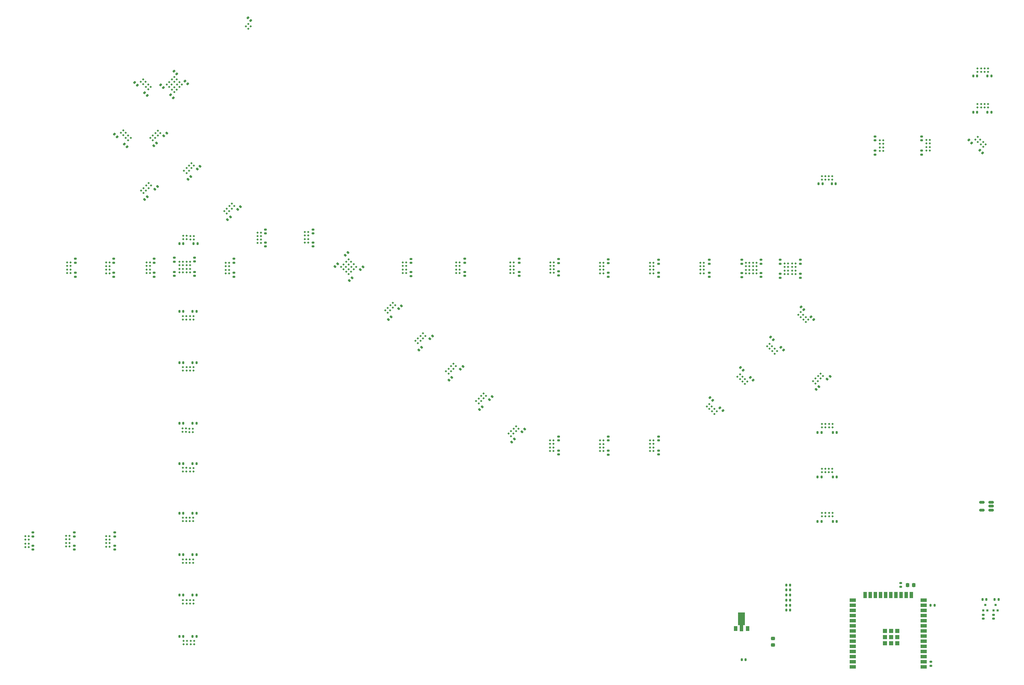
<source format=gbr>
%TF.GenerationSoftware,KiCad,Pcbnew,7.0.1*%
%TF.CreationDate,2023-09-17T14:31:18-07:00*%
%TF.ProjectId,vancouver-skytrain-pcb,76616e63-6f75-4766-9572-2d736b797472,rev?*%
%TF.SameCoordinates,Original*%
%TF.FileFunction,Paste,Top*%
%TF.FilePolarity,Positive*%
%FSLAX46Y46*%
G04 Gerber Fmt 4.6, Leading zero omitted, Abs format (unit mm)*
G04 Created by KiCad (PCBNEW 7.0.1) date 2023-09-17 14:31:18*
%MOMM*%
%LPD*%
G01*
G04 APERTURE LIST*
G04 Aperture macros list*
%AMRoundRect*
0 Rectangle with rounded corners*
0 $1 Rounding radius*
0 $2 $3 $4 $5 $6 $7 $8 $9 X,Y pos of 4 corners*
0 Add a 4 corners polygon primitive as box body*
4,1,4,$2,$3,$4,$5,$6,$7,$8,$9,$2,$3,0*
0 Add four circle primitives for the rounded corners*
1,1,$1+$1,$2,$3*
1,1,$1+$1,$4,$5*
1,1,$1+$1,$6,$7*
1,1,$1+$1,$8,$9*
0 Add four rect primitives between the rounded corners*
20,1,$1+$1,$2,$3,$4,$5,0*
20,1,$1+$1,$4,$5,$6,$7,0*
20,1,$1+$1,$6,$7,$8,$9,0*
20,1,$1+$1,$8,$9,$2,$3,0*%
%AMFreePoly0*
4,1,9,3.862500,-0.866500,0.737500,-0.866500,0.737500,-0.450000,-0.737500,-0.450000,-0.737500,0.450000,0.737500,0.450000,0.737500,0.866500,3.862500,0.866500,3.862500,-0.866500,3.862500,-0.866500,$1*%
G04 Aperture macros list end*
%ADD10RoundRect,0.147500X-0.172500X0.147500X-0.172500X-0.147500X0.172500X-0.147500X0.172500X0.147500X0*%
%ADD11RoundRect,0.112500X-0.112500X-0.112500X0.112500X-0.112500X0.112500X0.112500X-0.112500X0.112500X0*%
%ADD12RoundRect,0.112500X-0.112500X0.112500X-0.112500X-0.112500X0.112500X-0.112500X0.112500X0.112500X0*%
%ADD13RoundRect,0.112500X-0.159099X0.000000X0.000000X-0.159099X0.159099X0.000000X0.000000X0.159099X0*%
%ADD14RoundRect,0.147500X0.226274X0.017678X0.017678X0.226274X-0.226274X-0.017678X-0.017678X-0.226274X0*%
%ADD15RoundRect,0.112500X0.000000X0.159099X-0.159099X0.000000X0.000000X-0.159099X0.159099X0.000000X0*%
%ADD16RoundRect,0.147500X-0.226274X-0.017678X-0.017678X-0.226274X0.226274X0.017678X0.017678X0.226274X0*%
%ADD17RoundRect,0.147500X0.147500X0.172500X-0.147500X0.172500X-0.147500X-0.172500X0.147500X-0.172500X0*%
%ADD18RoundRect,0.147500X-0.147500X-0.172500X0.147500X-0.172500X0.147500X0.172500X-0.147500X0.172500X0*%
%ADD19RoundRect,0.147500X0.172500X-0.147500X0.172500X0.147500X-0.172500X0.147500X-0.172500X-0.147500X0*%
%ADD20RoundRect,0.112500X0.112500X0.112500X-0.112500X0.112500X-0.112500X-0.112500X0.112500X-0.112500X0*%
%ADD21RoundRect,0.147500X0.017678X-0.226274X0.226274X-0.017678X-0.017678X0.226274X-0.226274X0.017678X0*%
%ADD22RoundRect,0.112500X0.112500X-0.112500X0.112500X0.112500X-0.112500X0.112500X-0.112500X-0.112500X0*%
%ADD23R,0.500000X0.600000*%
%ADD24RoundRect,0.112500X0.159099X0.000000X0.000000X0.159099X-0.159099X0.000000X0.000000X-0.159099X0*%
%ADD25RoundRect,0.147500X-0.017678X0.226274X-0.226274X0.017678X0.017678X-0.226274X0.226274X-0.017678X0*%
%ADD26RoundRect,0.112500X0.000000X-0.159099X0.159099X0.000000X0.000000X0.159099X-0.159099X0.000000X0*%
%ADD27RoundRect,0.218750X0.218750X0.256250X-0.218750X0.256250X-0.218750X-0.256250X0.218750X-0.256250X0*%
%ADD28R,0.900000X1.300000*%
%ADD29FreePoly0,90.000000*%
%ADD30RoundRect,0.218750X-0.256250X0.218750X-0.256250X-0.218750X0.256250X-0.218750X0.256250X0.218750X0*%
%ADD31RoundRect,0.135000X-0.135000X-0.185000X0.135000X-0.185000X0.135000X0.185000X-0.135000X0.185000X0*%
%ADD32R,1.500000X0.900000*%
%ADD33R,0.900000X1.500000*%
%ADD34R,1.050000X1.050000*%
%ADD35RoundRect,0.150000X0.512500X0.150000X-0.512500X0.150000X-0.512500X-0.150000X0.512500X-0.150000X0*%
G04 APERTURE END LIST*
D10*
%TO.C,C42*%
X83500000Y-90265000D03*
X83500000Y-91235000D03*
%TD*%
D11*
%TO.C,LED66*%
X119075000Y-83775000D03*
X119925000Y-83775000D03*
X119075000Y-84625000D03*
X119925000Y-84625000D03*
%TD*%
D12*
%TO.C,LED122*%
X72575000Y-160575000D03*
X72575000Y-161425000D03*
X71725000Y-160575000D03*
X71725000Y-161425000D03*
%TD*%
D13*
%TO.C,LED20*%
X99752082Y-46547918D03*
X100353123Y-47148959D03*
X99151041Y-47148959D03*
X99752082Y-47750000D03*
%TD*%
D14*
%TO.C,C66*%
X91842947Y-49842947D03*
X91157053Y-49157053D03*
%TD*%
D11*
%TO.C,LED67*%
X111225000Y-91275000D03*
X112075000Y-91275000D03*
X111225000Y-92125000D03*
X112075000Y-92125000D03*
%TD*%
D15*
%TO.C,LED28*%
X159326041Y-110575000D03*
X158725000Y-111176041D03*
X158725000Y-109973959D03*
X158123959Y-110575000D03*
%TD*%
D14*
%TO.C,C28*%
X98268988Y-50416906D03*
X97583094Y-49731012D03*
%TD*%
D12*
%TO.C,LED42*%
X252050000Y-93200000D03*
X252050000Y-94050000D03*
X251200000Y-93200000D03*
X251200000Y-94050000D03*
%TD*%
D16*
%TO.C,C26*%
X88657053Y-46657053D03*
X89342947Y-47342947D03*
%TD*%
D13*
%TO.C,LED11*%
X174975000Y-123622918D03*
X175576041Y-124223959D03*
X174373959Y-124223959D03*
X174975000Y-124825000D03*
%TD*%
D10*
%TO.C,R1*%
X278037500Y-170515000D03*
X278037500Y-171485000D03*
%TD*%
D13*
%TO.C,LED18*%
X94425000Y-58547918D03*
X95026041Y-59148959D03*
X93823959Y-59148959D03*
X94425000Y-59750000D03*
%TD*%
D17*
%TO.C,C80*%
X103985000Y-116000000D03*
X103015000Y-116000000D03*
%TD*%
D18*
%TO.C,C87*%
X99750000Y-163500000D03*
X100720000Y-163500000D03*
%TD*%
D12*
%TO.C,LED72*%
X72800000Y-92975000D03*
X72800000Y-93825000D03*
X71950000Y-92975000D03*
X71950000Y-93825000D03*
%TD*%
D18*
%TO.C,C84*%
X99765000Y-141000000D03*
X100735000Y-141000000D03*
%TD*%
D11*
%TO.C,LED62*%
X168200000Y-91175000D03*
X169050000Y-91175000D03*
X168200000Y-92025000D03*
X169050000Y-92025000D03*
%TD*%
%TO.C,LED9*%
X191375000Y-135200000D03*
X192225000Y-135200000D03*
X191375000Y-136050000D03*
X192225000Y-136050000D03*
%TD*%
D12*
%TO.C,LED34*%
X216975000Y-136950000D03*
X216975000Y-137800000D03*
X216125000Y-136950000D03*
X216125000Y-137800000D03*
%TD*%
D19*
%TO.C,C93*%
X83750000Y-162235000D03*
X83750000Y-161265000D03*
%TD*%
D18*
%TO.C,C85*%
X99765000Y-153250000D03*
X100735000Y-153250000D03*
%TD*%
D13*
%TO.C,LED17*%
X102750000Y-66597918D03*
X103351041Y-67198959D03*
X102148959Y-67198959D03*
X102750000Y-67800000D03*
%TD*%
D19*
%TO.C,C99*%
X205750000Y-94735000D03*
X205750000Y-93765000D03*
%TD*%
D18*
%TO.C,C78*%
X99750000Y-116000000D03*
X100720000Y-116000000D03*
%TD*%
D19*
%TO.C,C107*%
X248250000Y-94985000D03*
X248250000Y-94015000D03*
%TD*%
D20*
%TO.C,LED47*%
X259425000Y-143050000D03*
X258575000Y-143050000D03*
X259425000Y-142200000D03*
X258575000Y-142200000D03*
%TD*%
D15*
%TO.C,LED31*%
X182327082Y-133551041D03*
X181726041Y-134152082D03*
X181726041Y-132950000D03*
X181125000Y-133551041D03*
%TD*%
D11*
%TO.C,LED99*%
X102400000Y-142050000D03*
X103250000Y-142050000D03*
X102400000Y-142900000D03*
X103250000Y-142900000D03*
%TD*%
D20*
%TO.C,LED112*%
X100575000Y-93675000D03*
X99725000Y-93675000D03*
X100575000Y-92825000D03*
X99725000Y-92825000D03*
%TD*%
D18*
%TO.C,C47*%
X257515000Y-133250000D03*
X258485000Y-133250000D03*
%TD*%
D19*
%TO.C,C22*%
X121000000Y-87235000D03*
X121000000Y-86265000D03*
%TD*%
D14*
%TO.C,C34*%
X86842947Y-62592947D03*
X86157053Y-61907053D03*
%TD*%
D13*
%TO.C,LED12*%
X167525000Y-116272918D03*
X168126041Y-116873959D03*
X166923959Y-116873959D03*
X167525000Y-117475000D03*
%TD*%
D17*
%TO.C,C119*%
X261985000Y-71750000D03*
X261015000Y-71750000D03*
%TD*%
D21*
%TO.C,C15*%
X158907053Y-112842947D03*
X159592947Y-112157053D03*
%TD*%
D22*
%TO.C,LED114*%
X100650000Y-117925000D03*
X100650000Y-117075000D03*
X101500000Y-117925000D03*
X101500000Y-117075000D03*
%TD*%
%TO.C,LED53*%
X272925000Y-61800000D03*
X272925000Y-60950000D03*
X273775000Y-61800000D03*
X273775000Y-60950000D03*
%TD*%
D11*
%TO.C,LED97*%
X102325000Y-164675000D03*
X103175000Y-164675000D03*
X102325000Y-165525000D03*
X103175000Y-165525000D03*
%TD*%
D10*
%TO.C,C60*%
X218250000Y-134265000D03*
X218250000Y-135235000D03*
%TD*%
%TO.C,C108*%
X248250000Y-90530000D03*
X248250000Y-91500000D03*
%TD*%
D11*
%TO.C,LED120*%
X61675000Y-158900000D03*
X62525000Y-158900000D03*
X61675000Y-159750000D03*
X62525000Y-159750000D03*
%TD*%
D22*
%TO.C,LED52*%
X284425000Y-61725000D03*
X284425000Y-60875000D03*
X285275000Y-61725000D03*
X285275000Y-60875000D03*
%TD*%
D23*
%TO.C,Q2*%
X301000000Y-177250000D03*
X302000000Y-177250000D03*
X301500000Y-175950000D03*
%TD*%
D10*
%TO.C,C65*%
X113250000Y-90265000D03*
X113250000Y-91235000D03*
%TD*%
D11*
%TO.C,LED58*%
X216125000Y-91250000D03*
X216975000Y-91250000D03*
X216125000Y-92100000D03*
X216975000Y-92100000D03*
%TD*%
D12*
%TO.C,LED78*%
X131625000Y-85425000D03*
X131625000Y-86275000D03*
X130775000Y-85425000D03*
X130775000Y-86275000D03*
%TD*%
D13*
%TO.C,LED36*%
X239550000Y-120072918D03*
X240151041Y-120673959D03*
X238948959Y-120673959D03*
X239550000Y-121275000D03*
%TD*%
D12*
%TO.C,LED85*%
X216950000Y-93000000D03*
X216950000Y-93850000D03*
X216100000Y-93000000D03*
X216100000Y-93850000D03*
%TD*%
%TO.C,LED77*%
X119925000Y-85500000D03*
X119925000Y-86350000D03*
X119075000Y-85500000D03*
X119075000Y-86350000D03*
%TD*%
%TO.C,LED75*%
X102400000Y-92825000D03*
X102400000Y-93675000D03*
X101550000Y-92825000D03*
X101550000Y-93675000D03*
%TD*%
D17*
%TO.C,C83*%
X103985000Y-141000000D03*
X103015000Y-141000000D03*
%TD*%
D24*
%TO.C,LED108*%
X97226041Y-47750000D03*
X96625000Y-47148959D03*
X97827082Y-47148959D03*
X97226041Y-46547918D03*
%TD*%
D20*
%TO.C,LED54*%
X259425000Y-70675000D03*
X258575000Y-70675000D03*
X259425000Y-69825000D03*
X258575000Y-69825000D03*
%TD*%
%TO.C,LED90*%
X273775000Y-63550000D03*
X272925000Y-63550000D03*
X273775000Y-62700000D03*
X272925000Y-62700000D03*
%TD*%
D11*
%TO.C,LED65*%
X130775000Y-83675000D03*
X131625000Y-83675000D03*
X130775000Y-84525000D03*
X131625000Y-84525000D03*
%TD*%
D16*
%TO.C,C133*%
X253407053Y-102157053D03*
X254092947Y-102842947D03*
%TD*%
D18*
%TO.C,C134*%
X257515000Y-144250000D03*
X258485000Y-144250000D03*
%TD*%
D10*
%TO.C,C96*%
X73750000Y-158015000D03*
X73750000Y-158985000D03*
%TD*%
D18*
%TO.C,C90*%
X99765000Y-173500000D03*
X100735000Y-173500000D03*
%TD*%
D16*
%TO.C,C39*%
X83657053Y-59407053D03*
X84342947Y-60092947D03*
%TD*%
D24*
%TO.C,LED22*%
X90773959Y-47101041D03*
X90172918Y-46500000D03*
X91375000Y-46500000D03*
X90773959Y-45898959D03*
%TD*%
D21*
%TO.C,C19*%
X138232053Y-92192947D03*
X138917947Y-91507053D03*
%TD*%
D25*
%TO.C,C13*%
X185092947Y-132407053D03*
X184407053Y-133092947D03*
%TD*%
D19*
%TO.C,C10*%
X218250000Y-138720000D03*
X218250000Y-137750000D03*
%TD*%
D15*
%TO.C,LED27*%
X151826041Y-103026041D03*
X151225000Y-103627082D03*
X151225000Y-102425000D03*
X150623959Y-103026041D03*
%TD*%
D16*
%TO.C,C7*%
X238407053Y-117157053D03*
X239092947Y-117842947D03*
%TD*%
D22*
%TO.C,LED55*%
X249375000Y-92250000D03*
X249375000Y-91400000D03*
X250225000Y-92250000D03*
X250225000Y-91400000D03*
%TD*%
D10*
%TO.C,C118*%
X205750000Y-90390000D03*
X205750000Y-91360000D03*
%TD*%
D22*
%TO.C,LED124*%
X100575000Y-165500000D03*
X100575000Y-164650000D03*
X101425000Y-165500000D03*
X101425000Y-164650000D03*
%TD*%
D25*
%TO.C,C25*%
X96592947Y-59157053D03*
X95907053Y-59842947D03*
%TD*%
D19*
%TO.C,C115*%
X230750000Y-94735000D03*
X230750000Y-93765000D03*
%TD*%
D18*
%TO.C,C55*%
X249765000Y-174750000D03*
X250735000Y-174750000D03*
%TD*%
D11*
%TO.C,LED8*%
X203700000Y-135250000D03*
X204550000Y-135250000D03*
X203700000Y-136100000D03*
X204550000Y-136100000D03*
%TD*%
D10*
%TO.C,C112*%
X238750000Y-90515000D03*
X238750000Y-91485000D03*
%TD*%
D19*
%TO.C,C95*%
X73750000Y-162235000D03*
X73750000Y-161265000D03*
%TD*%
%TO.C,C64*%
X113250000Y-94735000D03*
X113250000Y-93765000D03*
%TD*%
%TO.C,C117*%
X218250000Y-94735000D03*
X218250000Y-93765000D03*
%TD*%
D10*
%TO.C,C73*%
X170250000Y-90265000D03*
X170250000Y-91235000D03*
%TD*%
D19*
%TO.C,C110*%
X243500000Y-94750000D03*
X243500000Y-93780000D03*
%TD*%
%TO.C,C113*%
X238750000Y-94800000D03*
X238750000Y-93830000D03*
%TD*%
%TO.C,R3*%
X298500000Y-179335000D03*
X298500000Y-178365000D03*
%TD*%
D15*
%TO.C,LED45*%
X257601041Y-120522918D03*
X257000000Y-121123959D03*
X257000000Y-119921877D03*
X256398959Y-120522918D03*
%TD*%
D25*
%TO.C,C21*%
X145167947Y-92257053D03*
X144482053Y-92942947D03*
%TD*%
D22*
%TO.C,LED56*%
X239825000Y-92090000D03*
X239825000Y-91240000D03*
X240675000Y-92090000D03*
X240675000Y-91240000D03*
%TD*%
D15*
%TO.C,LED127*%
X117351041Y-32750000D03*
X116750000Y-33351041D03*
X116750000Y-32148959D03*
X116148959Y-32750000D03*
%TD*%
D12*
%TO.C,LED74*%
X92475000Y-92950000D03*
X92475000Y-93800000D03*
X91625000Y-92950000D03*
X91625000Y-93800000D03*
%TD*%
%TO.C,LED94*%
X299675000Y-43175000D03*
X299675000Y-44025000D03*
X298825000Y-43175000D03*
X298825000Y-44025000D03*
%TD*%
D18*
%TO.C,C79*%
X249765000Y-171000000D03*
X250735000Y-171000000D03*
%TD*%
D21*
%TO.C,C69*%
X111657053Y-80592947D03*
X112342947Y-79907053D03*
%TD*%
D10*
%TO.C,C61*%
X98500000Y-90015000D03*
X98500000Y-90985000D03*
%TD*%
D18*
%TO.C,C136*%
X257515000Y-155250000D03*
X258485000Y-155250000D03*
%TD*%
D10*
%TO.C,C111*%
X243500000Y-90515000D03*
X243500000Y-91485000D03*
%TD*%
D20*
%TO.C,LED48*%
X259450000Y-154025000D03*
X258600000Y-154025000D03*
X259450000Y-153175000D03*
X258600000Y-153175000D03*
%TD*%
D11*
%TO.C,LED61*%
X181525000Y-91225000D03*
X182375000Y-91225000D03*
X181525000Y-92075000D03*
X182375000Y-92075000D03*
%TD*%
D25*
%TO.C,C24*%
X104842947Y-67407053D03*
X104157053Y-68092947D03*
%TD*%
D18*
%TO.C,C103*%
X249765000Y-172250000D03*
X250735000Y-172250000D03*
%TD*%
D22*
%TO.C,LED116*%
X100625000Y-142875000D03*
X100625000Y-142025000D03*
X101475000Y-142875000D03*
X101475000Y-142025000D03*
%TD*%
D10*
%TO.C,C114*%
X230750000Y-90515000D03*
X230750000Y-91485000D03*
%TD*%
D12*
%TO.C,LED76*%
X112075000Y-93025000D03*
X112075000Y-93875000D03*
X111225000Y-93025000D03*
X111225000Y-93875000D03*
%TD*%
D18*
%TO.C,C91*%
X99765000Y-183750000D03*
X100735000Y-183750000D03*
%TD*%
D17*
%TO.C,R5*%
X299235000Y-174600000D03*
X298265000Y-174600000D03*
%TD*%
D20*
%TO.C,LED46*%
X259450000Y-131975000D03*
X258600000Y-131975000D03*
X259450000Y-131125000D03*
X258600000Y-131125000D03*
%TD*%
D25*
%TO.C,C56*%
X177092947Y-124407053D03*
X176407053Y-125092947D03*
%TD*%
D16*
%TO.C,C33*%
X245907053Y-109657053D03*
X246592947Y-110342947D03*
%TD*%
D12*
%TO.C,LED83*%
X192275000Y-92900000D03*
X192275000Y-93750000D03*
X191425000Y-92900000D03*
X191425000Y-93750000D03*
%TD*%
D11*
%TO.C,LED63*%
X154975000Y-91150000D03*
X155825000Y-91150000D03*
X154975000Y-92000000D03*
X155825000Y-92000000D03*
%TD*%
D14*
%TO.C,C127*%
X298342947Y-64092947D03*
X297657053Y-63407053D03*
%TD*%
D12*
%TO.C,LED41*%
X242450000Y-93015000D03*
X242450000Y-93865000D03*
X241600000Y-93015000D03*
X241600000Y-93865000D03*
%TD*%
%TO.C,LED73*%
X82475000Y-93000000D03*
X82475000Y-93850000D03*
X81625000Y-93000000D03*
X81625000Y-93850000D03*
%TD*%
D13*
%TO.C,LED14*%
X152476041Y-101175000D03*
X153077082Y-101776041D03*
X151875000Y-101776041D03*
X152476041Y-102377082D03*
%TD*%
D19*
%TO.C,C74*%
X170250000Y-94485000D03*
X170250000Y-93515000D03*
%TD*%
D18*
%TO.C,C120*%
X249765000Y-173500000D03*
X250735000Y-173500000D03*
%TD*%
D26*
%TO.C,LED5*%
X237723959Y-119448959D03*
X238325000Y-118847918D03*
X238325000Y-120050000D03*
X238926041Y-119448959D03*
%TD*%
D10*
%TO.C,C94*%
X83750000Y-158015000D03*
X83750000Y-158985000D03*
%TD*%
D16*
%TO.C,C5*%
X116657053Y-30657053D03*
X117342947Y-31342947D03*
%TD*%
D13*
%TO.C,LED37*%
X246925000Y-112547918D03*
X247526041Y-113148959D03*
X246323959Y-113148959D03*
X246925000Y-113750000D03*
%TD*%
D24*
%TO.C,LED51*%
X297125000Y-61352082D03*
X296523959Y-60751041D03*
X297726041Y-60751041D03*
X297125000Y-60150000D03*
%TD*%
D17*
%TO.C,C86*%
X103985000Y-153250000D03*
X103015000Y-153250000D03*
%TD*%
D16*
%TO.C,C128*%
X294907053Y-60907053D03*
X295592947Y-61592947D03*
%TD*%
D17*
%TO.C,C130*%
X300485000Y-54000000D03*
X299515000Y-54000000D03*
%TD*%
D19*
%TO.C,C58*%
X193500000Y-138720000D03*
X193500000Y-137750000D03*
%TD*%
D25*
%TO.C,C20*%
X141417947Y-88757053D03*
X140732053Y-89442947D03*
%TD*%
D15*
%TO.C,LED19*%
X92652082Y-47750000D03*
X92051041Y-48351041D03*
X92051041Y-47148959D03*
X91450000Y-47750000D03*
%TD*%
D20*
%TO.C,LED111*%
X101550000Y-85450000D03*
X100700000Y-85450000D03*
X101550000Y-84600000D03*
X100700000Y-84600000D03*
%TD*%
%TO.C,LED91*%
X285250000Y-63500000D03*
X284400000Y-63500000D03*
X285250000Y-62650000D03*
X284400000Y-62650000D03*
%TD*%
D13*
%TO.C,LED15*%
X142851041Y-91647918D03*
X143452082Y-92248959D03*
X142250000Y-92248959D03*
X142851041Y-92850000D03*
%TD*%
D19*
%TO.C,C97*%
X63500000Y-162235000D03*
X63500000Y-161265000D03*
%TD*%
D11*
%TO.C,LED98*%
X102325000Y-154325000D03*
X103175000Y-154325000D03*
X102325000Y-155175000D03*
X103175000Y-155175000D03*
%TD*%
D16*
%TO.C,C31*%
X98407053Y-43831012D03*
X99092947Y-44516906D03*
%TD*%
D26*
%TO.C,LED44*%
X245072918Y-111925000D03*
X245673959Y-111323959D03*
X245673959Y-112526041D03*
X246275000Y-111925000D03*
%TD*%
D10*
%TO.C,C71*%
X132750000Y-83015000D03*
X132750000Y-83985000D03*
%TD*%
%TO.C,C2*%
X285500000Y-190025000D03*
X285500000Y-190995000D03*
%TD*%
D17*
%TO.C,C77*%
X103985000Y-103250000D03*
X103015000Y-103250000D03*
%TD*%
D12*
%TO.C,LED84*%
X204550000Y-93000000D03*
X204550000Y-93850000D03*
X203700000Y-93000000D03*
X203700000Y-93850000D03*
%TD*%
D15*
%TO.C,LED24*%
X102100000Y-68450000D03*
X101498959Y-69051041D03*
X101498959Y-67848959D03*
X100897918Y-68450000D03*
%TD*%
D10*
%TO.C,C70*%
X121000000Y-83015000D03*
X121000000Y-83985000D03*
%TD*%
D21*
%TO.C,C16*%
X151407053Y-105342947D03*
X152092947Y-104657053D03*
%TD*%
D27*
%TO.C,D1*%
X281325000Y-171000000D03*
X279750000Y-171000000D03*
%TD*%
D12*
%TO.C,LED33*%
X204550000Y-137000000D03*
X204550000Y-137850000D03*
X203700000Y-137000000D03*
X203700000Y-137850000D03*
%TD*%
D17*
%TO.C,C35*%
X104235000Y-86500000D03*
X103265000Y-86500000D03*
%TD*%
D11*
%TO.C,LED7*%
X216125000Y-135200000D03*
X216975000Y-135200000D03*
X216125000Y-136050000D03*
X216975000Y-136050000D03*
%TD*%
D13*
%TO.C,LED16*%
X112723959Y-76648959D03*
X113325000Y-77250000D03*
X112122918Y-77250000D03*
X112723959Y-77851041D03*
%TD*%
D17*
%TO.C,C138*%
X262235000Y-155250000D03*
X261265000Y-155250000D03*
%TD*%
D10*
%TO.C,C50*%
X157000000Y-90315000D03*
X157000000Y-91285000D03*
%TD*%
D11*
%TO.C,LED60*%
X191425000Y-91150000D03*
X192275000Y-91150000D03*
X191425000Y-92000000D03*
X192275000Y-92000000D03*
%TD*%
D10*
%TO.C,C109*%
X253250000Y-90515000D03*
X253250000Y-91485000D03*
%TD*%
D12*
%TO.C,LED2*%
X261175000Y-142200000D03*
X261175000Y-143050000D03*
X260325000Y-142200000D03*
X260325000Y-143050000D03*
%TD*%
D19*
%TO.C,C124*%
X271750000Y-64485000D03*
X271750000Y-63515000D03*
%TD*%
D12*
%TO.C,LED82*%
X182375000Y-92975000D03*
X182375000Y-93825000D03*
X181525000Y-92975000D03*
X181525000Y-93825000D03*
%TD*%
D19*
%TO.C,C104*%
X183750000Y-94485000D03*
X183750000Y-93515000D03*
%TD*%
D28*
%TO.C,U_POWER1*%
X237230000Y-181740000D03*
D29*
X238730000Y-181652500D03*
D28*
X240230000Y-181740000D03*
%TD*%
D11*
%TO.C,LED57*%
X228500000Y-91250000D03*
X229350000Y-91250000D03*
X228500000Y-92100000D03*
X229350000Y-92100000D03*
%TD*%
D15*
%TO.C,LED30*%
X174326041Y-125475000D03*
X173725000Y-126076041D03*
X173725000Y-124873959D03*
X173123959Y-125475000D03*
%TD*%
D26*
%TO.C,LED6*%
X230148959Y-126823959D03*
X230750000Y-126222918D03*
X230750000Y-127425000D03*
X231351041Y-126823959D03*
%TD*%
D21*
%TO.C,C6*%
X257157053Y-122592947D03*
X257842947Y-121907053D03*
%TD*%
D10*
%TO.C,C63*%
X103500000Y-90000000D03*
X103500000Y-90970000D03*
%TD*%
D12*
%TO.C,LED3*%
X261200000Y-131150000D03*
X261200000Y-132000000D03*
X260350000Y-131150000D03*
X260350000Y-132000000D03*
%TD*%
D22*
%TO.C,LED126*%
X100775000Y-185675000D03*
X100775000Y-184825000D03*
X101625000Y-185675000D03*
X101625000Y-184825000D03*
%TD*%
D19*
%TO.C,C51*%
X157000000Y-94535000D03*
X157000000Y-93565000D03*
%TD*%
%TO.C,C75*%
X98500000Y-94485000D03*
X98500000Y-93515000D03*
%TD*%
D17*
%TO.C,C88*%
X103985000Y-163500000D03*
X103015000Y-163500000D03*
%TD*%
D15*
%TO.C,LED110*%
X91450000Y-73400000D03*
X90848959Y-74001041D03*
X90848959Y-72798959D03*
X90247918Y-73400000D03*
%TD*%
D20*
%TO.C,LED88*%
X250225000Y-94050000D03*
X249375000Y-94050000D03*
X250225000Y-93200000D03*
X249375000Y-93200000D03*
%TD*%
D12*
%TO.C,LED123*%
X82525000Y-160650000D03*
X82525000Y-161500000D03*
X81675000Y-160650000D03*
X81675000Y-161500000D03*
%TD*%
%TO.C,LED32*%
X192250000Y-136950000D03*
X192250000Y-137800000D03*
X191400000Y-136950000D03*
X191400000Y-137800000D03*
%TD*%
D18*
%TO.C,C131*%
X296015000Y-45000000D03*
X296985000Y-45000000D03*
%TD*%
D19*
%TO.C,C45*%
X93500000Y-94735000D03*
X93500000Y-93765000D03*
%TD*%
D25*
%TO.C,C52*%
X162342947Y-109407053D03*
X161657053Y-110092947D03*
%TD*%
D26*
%TO.C,LED21*%
X97898959Y-45898959D03*
X98500000Y-45297918D03*
X98500000Y-46500000D03*
X99101041Y-45898959D03*
%TD*%
D11*
%TO.C,LED70*%
X81625000Y-91225000D03*
X82475000Y-91225000D03*
X81625000Y-92075000D03*
X82475000Y-92075000D03*
%TD*%
D22*
%TO.C,LED113*%
X100625000Y-105300000D03*
X100625000Y-104450000D03*
X101475000Y-105300000D03*
X101475000Y-104450000D03*
%TD*%
D14*
%TO.C,C122*%
X256592947Y-105342947D03*
X255907053Y-104657053D03*
%TD*%
D30*
%TO.C,C3*%
X246500000Y-184250000D03*
X246500000Y-185825000D03*
%TD*%
D11*
%TO.C,LED40*%
X241600000Y-91240000D03*
X242450000Y-91240000D03*
X241600000Y-92090000D03*
X242450000Y-92090000D03*
%TD*%
D10*
%TO.C,C12*%
X193500000Y-134265000D03*
X193500000Y-135235000D03*
%TD*%
%TO.C,C100*%
X193500000Y-90375000D03*
X193500000Y-91345000D03*
%TD*%
D11*
%TO.C,LED96*%
X102400000Y-174775000D03*
X103250000Y-174775000D03*
X102400000Y-175625000D03*
X103250000Y-175625000D03*
%TD*%
D10*
%TO.C,C125*%
X283250000Y-60015000D03*
X283250000Y-60985000D03*
%TD*%
D25*
%TO.C,C38*%
X94342947Y-72407053D03*
X93657053Y-73092947D03*
%TD*%
D15*
%TO.C,LED106*%
X87701041Y-60376041D03*
X87100000Y-60977082D03*
X87100000Y-59775000D03*
X86498959Y-60376041D03*
%TD*%
D12*
%TO.C,LED80*%
X155850000Y-92925000D03*
X155850000Y-93775000D03*
X155000000Y-92925000D03*
X155000000Y-93775000D03*
%TD*%
D31*
%TO.C,R2*%
X285450000Y-176000000D03*
X286470000Y-176000000D03*
%TD*%
D17*
%TO.C,C1*%
X239735000Y-189500000D03*
X238765000Y-189500000D03*
%TD*%
D19*
%TO.C,C62*%
X103500000Y-94485000D03*
X103500000Y-93515000D03*
%TD*%
D22*
%TO.C,LED117*%
X100575000Y-155175000D03*
X100575000Y-154325000D03*
X101425000Y-155175000D03*
X101425000Y-154325000D03*
%TD*%
D14*
%TO.C,C29*%
X101818988Y-47016906D03*
X101133094Y-46331012D03*
%TD*%
D18*
%TO.C,C76*%
X99765000Y-103250000D03*
X100735000Y-103250000D03*
%TD*%
D25*
%TO.C,C23*%
X114842947Y-77407053D03*
X114157053Y-78092947D03*
%TD*%
D19*
%TO.C,C59*%
X205750000Y-138735000D03*
X205750000Y-137765000D03*
%TD*%
D18*
%TO.C,C4*%
X301280000Y-174600000D03*
X302250000Y-174600000D03*
%TD*%
D10*
%TO.C,C116*%
X218250000Y-90515000D03*
X218250000Y-91485000D03*
%TD*%
D15*
%TO.C,LED26*%
X142202082Y-93500000D03*
X141601041Y-94101041D03*
X141601041Y-92898959D03*
X141000000Y-93500000D03*
%TD*%
D21*
%TO.C,C57*%
X181907053Y-135592947D03*
X182592947Y-134907053D03*
%TD*%
D10*
%TO.C,C102*%
X183750000Y-90265000D03*
X183750000Y-91235000D03*
%TD*%
D18*
%TO.C,C30*%
X249765000Y-177230000D03*
X250735000Y-177230000D03*
%TD*%
D10*
%TO.C,C44*%
X93500000Y-90265000D03*
X93500000Y-91235000D03*
%TD*%
D18*
%TO.C,C81*%
X99765000Y-131000000D03*
X100735000Y-131000000D03*
%TD*%
%TO.C,C129*%
X296015000Y-54000000D03*
X296985000Y-54000000D03*
%TD*%
D16*
%TO.C,C27*%
X95083094Y-47231012D03*
X95768988Y-47916906D03*
%TD*%
D19*
%TO.C,C72*%
X132750000Y-87220000D03*
X132750000Y-86250000D03*
%TD*%
D24*
%TO.C,LED79*%
X140350000Y-92900000D03*
X139748959Y-92298959D03*
X140951041Y-92298959D03*
X140350000Y-91697918D03*
%TD*%
D26*
%TO.C,LED64*%
X140998959Y-91047918D03*
X141600000Y-90446877D03*
X141600000Y-91648959D03*
X142201041Y-91047918D03*
%TD*%
D32*
%TO.C,U_CPU1*%
X283750000Y-191260000D03*
X283750000Y-189990000D03*
X283750000Y-188720000D03*
X283750000Y-187450000D03*
X283750000Y-186180000D03*
X283750000Y-184910000D03*
X283750000Y-183640000D03*
X283750000Y-182370000D03*
X283750000Y-181100000D03*
X283750000Y-179830000D03*
X283750000Y-178560000D03*
X283750000Y-177290000D03*
X283750000Y-176020000D03*
X283750000Y-174750000D03*
D33*
X280710000Y-173500000D03*
X279440000Y-173500000D03*
X278170000Y-173500000D03*
X276900000Y-173500000D03*
X275630000Y-173500000D03*
X274360000Y-173500000D03*
X273090000Y-173500000D03*
X271820000Y-173500000D03*
X270550000Y-173500000D03*
X269280000Y-173500000D03*
D32*
X266250000Y-174750000D03*
X266250000Y-176020000D03*
X266250000Y-177290000D03*
X266250000Y-178560000D03*
X266250000Y-179830000D03*
X266250000Y-181100000D03*
X266250000Y-182370000D03*
X266250000Y-183640000D03*
X266250000Y-184910000D03*
X266250000Y-186180000D03*
X266250000Y-187450000D03*
X266250000Y-188720000D03*
X266250000Y-189990000D03*
X266250000Y-191260000D03*
D34*
X277205000Y-185445000D03*
X277205000Y-183920000D03*
X277205000Y-182395000D03*
X275680000Y-185445000D03*
X275680000Y-183920000D03*
X275680000Y-182395000D03*
X274155000Y-185445000D03*
X274155000Y-183920000D03*
X274155000Y-182395000D03*
%TD*%
D15*
%TO.C,LED25*%
X112075000Y-78500000D03*
X111473959Y-79101041D03*
X111473959Y-77898959D03*
X110872918Y-78500000D03*
%TD*%
D21*
%TO.C,C18*%
X141732053Y-95692947D03*
X142417947Y-95007053D03*
%TD*%
D10*
%TO.C,C11*%
X205750000Y-134265000D03*
X205750000Y-135235000D03*
%TD*%
D14*
%TO.C,C9*%
X234092947Y-127842947D03*
X233407053Y-127157053D03*
%TD*%
D16*
%TO.C,C49*%
X230907053Y-124657053D03*
X231592947Y-125342947D03*
%TD*%
D21*
%TO.C,C14*%
X173907053Y-127592947D03*
X174592947Y-126907053D03*
%TD*%
D17*
%TO.C,C82*%
X103985000Y-131000000D03*
X103015000Y-131000000D03*
%TD*%
D12*
%TO.C,LED86*%
X229350000Y-93000000D03*
X229350000Y-93850000D03*
X228500000Y-93000000D03*
X228500000Y-93850000D03*
%TD*%
D11*
%TO.C,LED71*%
X71975000Y-91200000D03*
X72825000Y-91200000D03*
X71975000Y-92050000D03*
X72825000Y-92050000D03*
%TD*%
D15*
%TO.C,LED29*%
X166876041Y-118125000D03*
X166275000Y-118726041D03*
X166275000Y-117523959D03*
X165673959Y-118125000D03*
%TD*%
D13*
%TO.C,LED4*%
X258275000Y-118697918D03*
X258876041Y-119298959D03*
X257673959Y-119298959D03*
X258275000Y-119900000D03*
%TD*%
D11*
%TO.C,LED101*%
X102400000Y-117100000D03*
X103250000Y-117100000D03*
X102400000Y-117950000D03*
X103250000Y-117950000D03*
%TD*%
D24*
%TO.C,LED109*%
X85848959Y-59726041D03*
X85247918Y-59125000D03*
X86450000Y-59125000D03*
X85848959Y-58523959D03*
%TD*%
D21*
%TO.C,C37*%
X91157053Y-75592947D03*
X91842947Y-74907053D03*
%TD*%
D11*
%TO.C,LED59*%
X203700000Y-91250000D03*
X204550000Y-91250000D03*
X203700000Y-92100000D03*
X204550000Y-92100000D03*
%TD*%
%TO.C,LED39*%
X251200000Y-91400000D03*
X252050000Y-91400000D03*
X251200000Y-92250000D03*
X252050000Y-92250000D03*
%TD*%
D13*
%TO.C,LED35*%
X231977082Y-127447918D03*
X232578123Y-128048959D03*
X231376041Y-128048959D03*
X231977082Y-128650000D03*
%TD*%
D21*
%TO.C,C67*%
X93407053Y-62342947D03*
X94092947Y-61657053D03*
%TD*%
D18*
%TO.C,C121*%
X257765000Y-71750000D03*
X258735000Y-71750000D03*
%TD*%
%TO.C,C36*%
X99765000Y-86500000D03*
X100735000Y-86500000D03*
%TD*%
D21*
%TO.C,C53*%
X166407053Y-120342947D03*
X167092947Y-119657053D03*
%TD*%
D12*
%TO.C,LED81*%
X169025000Y-92925000D03*
X169025000Y-93775000D03*
X168175000Y-92925000D03*
X168175000Y-93775000D03*
%TD*%
D14*
%TO.C,C32*%
X249092947Y-112842947D03*
X248407053Y-112157053D03*
%TD*%
D11*
%TO.C,LED100*%
X102250000Y-132300000D03*
X103100000Y-132300000D03*
X102250000Y-133150000D03*
X103100000Y-133150000D03*
%TD*%
D19*
%TO.C,C101*%
X193500000Y-94360000D03*
X193500000Y-93390000D03*
%TD*%
D10*
%TO.C,C105*%
X271750000Y-60015000D03*
X271750000Y-60985000D03*
%TD*%
D19*
%TO.C,R4*%
X301000000Y-179320000D03*
X301000000Y-178350000D03*
%TD*%
D10*
%TO.C,C41*%
X74000000Y-90265000D03*
X74000000Y-91235000D03*
%TD*%
D23*
%TO.C,Q1*%
X298500000Y-177250000D03*
X299500000Y-177250000D03*
X299000000Y-175950000D03*
%TD*%
D11*
%TO.C,LED118*%
X81675000Y-158900000D03*
X82525000Y-158900000D03*
X81675000Y-159750000D03*
X82525000Y-159750000D03*
%TD*%
D26*
%TO.C,LED43*%
X252772918Y-104100000D03*
X253373959Y-103498959D03*
X253373959Y-104701041D03*
X253975000Y-104100000D03*
%TD*%
D12*
%TO.C,LED89*%
X261175000Y-69825000D03*
X261175000Y-70675000D03*
X260325000Y-69825000D03*
X260325000Y-70675000D03*
%TD*%
D11*
%TO.C,LED102*%
X102400000Y-104475000D03*
X103250000Y-104475000D03*
X102400000Y-105325000D03*
X103250000Y-105325000D03*
%TD*%
D20*
%TO.C,LED87*%
X240675000Y-93865000D03*
X239825000Y-93865000D03*
X240675000Y-93015000D03*
X239825000Y-93015000D03*
%TD*%
%TO.C,LED49*%
X297925000Y-44025000D03*
X297075000Y-44025000D03*
X297925000Y-43175000D03*
X297075000Y-43175000D03*
%TD*%
D25*
%TO.C,C54*%
X169842947Y-116907053D03*
X169157053Y-117592947D03*
%TD*%
D12*
%TO.C,LED121*%
X62500000Y-160750000D03*
X62500000Y-161600000D03*
X61650000Y-160750000D03*
X61650000Y-161600000D03*
%TD*%
D13*
%TO.C,LED38*%
X254625000Y-104750000D03*
X255226041Y-105351041D03*
X254023959Y-105351041D03*
X254625000Y-105952082D03*
%TD*%
D20*
%TO.C,LED50*%
X297925000Y-52800000D03*
X297075000Y-52800000D03*
X297925000Y-51950000D03*
X297075000Y-51950000D03*
%TD*%
D25*
%TO.C,C17*%
X154592947Y-101907053D03*
X153907053Y-102592947D03*
%TD*%
D11*
%TO.C,LED119*%
X71700000Y-158850000D03*
X72550000Y-158850000D03*
X71700000Y-159700000D03*
X72550000Y-159700000D03*
%TD*%
D17*
%TO.C,C46*%
X262235000Y-133250000D03*
X261265000Y-133250000D03*
%TD*%
D35*
%TO.C,U1*%
X300387500Y-152450000D03*
X300387500Y-151500000D03*
X300387500Y-150550000D03*
X298112500Y-150550000D03*
X298112500Y-152450000D03*
%TD*%
D18*
%TO.C,C123*%
X249765000Y-176000000D03*
X250735000Y-176000000D03*
%TD*%
D19*
%TO.C,C43*%
X83500000Y-94735000D03*
X83500000Y-93765000D03*
%TD*%
D11*
%TO.C,LED95*%
X102525000Y-184850000D03*
X103375000Y-184850000D03*
X102525000Y-185700000D03*
X103375000Y-185700000D03*
%TD*%
D19*
%TO.C,C126*%
X283250000Y-64485000D03*
X283250000Y-63515000D03*
%TD*%
%TO.C,C106*%
X253250000Y-94985000D03*
X253250000Y-94015000D03*
%TD*%
%TO.C,C40*%
X74000000Y-94735000D03*
X74000000Y-93765000D03*
%TD*%
D13*
%TO.C,LED13*%
X159950000Y-108747918D03*
X160551041Y-109348959D03*
X159348959Y-109348959D03*
X159950000Y-109950000D03*
%TD*%
%TO.C,LED10*%
X182976041Y-131698959D03*
X183577082Y-132300000D03*
X182375000Y-132300000D03*
X182976041Y-132901041D03*
%TD*%
D12*
%TO.C,LED1*%
X261225000Y-153150000D03*
X261225000Y-154000000D03*
X260375000Y-153150000D03*
X260375000Y-154000000D03*
%TD*%
D11*
%TO.C,LED69*%
X91625000Y-91175000D03*
X92475000Y-91175000D03*
X91625000Y-92025000D03*
X92475000Y-92025000D03*
%TD*%
D22*
%TO.C,LED125*%
X100650000Y-175625000D03*
X100650000Y-174775000D03*
X101500000Y-175625000D03*
X101500000Y-174775000D03*
%TD*%
D17*
%TO.C,C132*%
X300485000Y-45000000D03*
X299515000Y-45000000D03*
%TD*%
D11*
%TO.C,LED68*%
X101575000Y-91025000D03*
X102425000Y-91025000D03*
X101575000Y-91875000D03*
X102425000Y-91875000D03*
%TD*%
D10*
%TO.C,C98*%
X63500000Y-158015000D03*
X63500000Y-158985000D03*
%TD*%
D14*
%TO.C,C8*%
X241592947Y-120342947D03*
X240907053Y-119657053D03*
%TD*%
D13*
%TO.C,LED105*%
X92123959Y-71573959D03*
X92725000Y-72175000D03*
X91522918Y-72175000D03*
X92123959Y-72776041D03*
%TD*%
D15*
%TO.C,LED23*%
X93725000Y-60350000D03*
X93123959Y-60951041D03*
X93123959Y-59748959D03*
X92522918Y-60350000D03*
%TD*%
%TO.C,LED107*%
X99076041Y-48423959D03*
X98475000Y-49025000D03*
X98475000Y-47822918D03*
X97873959Y-48423959D03*
%TD*%
D17*
%TO.C,C89*%
X103985000Y-173500000D03*
X103015000Y-173500000D03*
%TD*%
%TO.C,C92*%
X103985000Y-183750000D03*
X103015000Y-183750000D03*
%TD*%
D22*
%TO.C,LED115*%
X100500000Y-133125000D03*
X100500000Y-132275000D03*
X101350000Y-133125000D03*
X101350000Y-132275000D03*
%TD*%
D12*
%TO.C,LED104*%
X103325000Y-84625000D03*
X103325000Y-85475000D03*
X102475000Y-84625000D03*
X102475000Y-85475000D03*
%TD*%
%TO.C,LED93*%
X299675000Y-51950000D03*
X299675000Y-52800000D03*
X298825000Y-51950000D03*
X298825000Y-52800000D03*
%TD*%
D17*
%TO.C,C135*%
X262235000Y-144250000D03*
X261265000Y-144250000D03*
%TD*%
D25*
%TO.C,C48*%
X260592947Y-119407053D03*
X259907053Y-120092947D03*
%TD*%
D21*
%TO.C,C68*%
X101907053Y-70592947D03*
X102592947Y-69907053D03*
%TD*%
D22*
%TO.C,LED103*%
X99750000Y-91850000D03*
X99750000Y-91000000D03*
X100600000Y-91850000D03*
X100600000Y-91000000D03*
%TD*%
D15*
%TO.C,LED92*%
X299101041Y-62000000D03*
X298500000Y-62601041D03*
X298500000Y-61398959D03*
X297898959Y-62000000D03*
%TD*%
M02*

</source>
